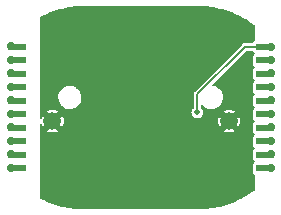
<source format=gbr>
%TF.GenerationSoftware,KiCad,Pcbnew,7.0.2*%
%TF.CreationDate,2023-10-04T16:53:15-06:00*%
%TF.ProjectId,igloo31,69676c6f-6f33-4312-9e6b-696361645f70,rev?*%
%TF.SameCoordinates,Original*%
%TF.FileFunction,Copper,L1,Top*%
%TF.FilePolarity,Positive*%
%FSLAX46Y46*%
G04 Gerber Fmt 4.6, Leading zero omitted, Abs format (unit mm)*
G04 Created by KiCad (PCBNEW 7.0.2) date 2023-10-04 16:53:15*
%MOMM*%
%LPD*%
G01*
G04 APERTURE LIST*
%TA.AperFunction,ComponentPad*%
%ADD10C,1.500000*%
%TD*%
%TA.AperFunction,SMDPad,CuDef*%
%ADD11R,1.500000X0.600000*%
%TD*%
%TA.AperFunction,ViaPad*%
%ADD12C,0.700000*%
%TD*%
%TA.AperFunction,ViaPad*%
%ADD13C,0.500000*%
%TD*%
%TA.AperFunction,Conductor*%
%ADD14C,0.127000*%
%TD*%
G04 APERTURE END LIST*
D10*
%TO.P,J1,S2,SHIELD*%
%TO.N,GND*%
X7475000Y-1150000D03*
%TO.P,J1,S1,SHIELD*%
X-7475000Y-1150000D03*
%TD*%
D11*
%TO.P,U2,1*%
%TO.N,Net-(J1-Pad38)*%
X10500000Y-5143500D03*
%TO.P,U2,2*%
%TO.N,Net-(J1-Pad34)*%
X10500000Y-4000500D03*
%TO.P,U2,3*%
%TO.N,Net-(J1-Pad30)*%
X10500000Y-2857500D03*
%TO.P,U2,4*%
%TO.N,Net-(J1-Pad26)*%
X10500000Y-1714500D03*
%TO.P,U2,5*%
%TO.N,Net-(J1-Pad22)*%
X10500000Y-571500D03*
%TO.P,U2,6*%
%TO.N,Net-(J1-Pad18)*%
X10500000Y571500D03*
%TO.P,U2,7*%
%TO.N,Net-(J1-Pad14)*%
X10500000Y1714500D03*
%TO.P,U2,8*%
%TO.N,Net-(J1-Pad10)*%
X10500000Y2857500D03*
%TO.P,U2,9*%
%TO.N,Net-(J1-Pad6)*%
X10500000Y4000500D03*
%TO.P,U2,10*%
%TO.N,Net-(J1-Pad2)*%
X10500000Y5143500D03*
%TD*%
%TO.P,U1,10*%
%TO.N,Net-(J1-Pad37)*%
X-10500000Y-5143500D03*
%TO.P,U1,9*%
%TO.N,Net-(J1-Pad33)*%
X-10500000Y-4000500D03*
%TO.P,U1,8*%
%TO.N,Net-(J1-Pad29)*%
X-10500000Y-2857500D03*
%TO.P,U1,7*%
%TO.N,Net-(J1-Pad25)*%
X-10500000Y-1714500D03*
%TO.P,U1,6*%
%TO.N,Net-(J1-Pad21)*%
X-10500000Y-571500D03*
%TO.P,U1,5*%
%TO.N,Net-(J1-Pad17)*%
X-10500000Y571500D03*
%TO.P,U1,4*%
%TO.N,Net-(J1-Pad13)*%
X-10500000Y1714500D03*
%TO.P,U1,3*%
%TO.N,Net-(J1-Pad9)*%
X-10500000Y2857500D03*
%TO.P,U1,2*%
%TO.N,Net-(J1-Pad5)*%
X-10500000Y4000500D03*
%TO.P,U1,1*%
%TO.N,Net-(J1-Pad1)*%
X-10500000Y5143500D03*
%TD*%
D12*
%TO.N,Net-(J1-Pad2)*%
X11000000Y5100000D03*
%TO.N,Net-(J1-Pad34)*%
X11000000Y-3957000D03*
%TO.N,Net-(J1-Pad38)*%
X11000000Y-5100000D03*
%TO.N,Net-(J1-Pad30)*%
X11000000Y-2814000D03*
%TO.N,Net-(J1-Pad26)*%
X11000000Y-1671000D03*
%TO.N,Net-(J1-Pad22)*%
X11000000Y-528000D03*
%TO.N,Net-(J1-Pad18)*%
X11000000Y615000D03*
%TO.N,Net-(J1-Pad10)*%
X11000000Y2901000D03*
%TO.N,Net-(J1-Pad6)*%
X11000000Y4044000D03*
%TO.N,Net-(J1-Pad14)*%
X11000000Y1758000D03*
%TO.N,Net-(J1-Pad1)*%
X-11000000Y5187000D03*
%TO.N,Net-(J1-Pad5)*%
X-11000000Y4044000D03*
%TO.N,Net-(J1-Pad9)*%
X-11000000Y2901000D03*
%TO.N,Net-(J1-Pad13)*%
X-11000000Y1758000D03*
%TO.N,Net-(J1-Pad17)*%
X-11000000Y615000D03*
%TO.N,Net-(J1-Pad21)*%
X-11000000Y-528000D03*
%TO.N,Net-(J1-Pad25)*%
X-11000000Y-1671000D03*
%TO.N,Net-(J1-Pad29)*%
X-11000000Y-2814000D03*
%TO.N,Net-(J1-Pad33)*%
X-11000000Y-3957000D03*
%TO.N,Net-(J1-Pad37)*%
X-11000000Y-5100000D03*
D13*
%TO.N,GND*%
X-3750000Y0D03*
X-5537254Y2137254D03*
%TO.N,Net-(J1-Pad2)*%
X4800000Y-400000D03*
%TD*%
D14*
%TO.N,GND*%
X-3750000Y350000D02*
X-3750000Y0D01*
X-5537254Y2137254D02*
X-3750000Y350000D01*
%TO.N,Net-(J1-Pad2)*%
X8808639Y5127300D02*
X9140200Y5127300D01*
X4800000Y1118661D02*
X8808639Y5127300D01*
X4800000Y-400000D02*
X4800000Y1118661D01*
X10490200Y5130800D02*
X9143700Y5130800D01*
%TD*%
%TA.AperFunction,Conductor*%
%TO.N,GND*%
G36*
X4851196Y8599461D02*
G01*
X5064158Y8592515D01*
X5373956Y8581687D01*
X5378598Y8581378D01*
X5631566Y8556555D01*
X5905315Y8527760D01*
X5909583Y8527185D01*
X6167409Y8484778D01*
X6431842Y8438115D01*
X6435724Y8437322D01*
X6693129Y8377533D01*
X6951141Y8313151D01*
X6954626Y8312190D01*
X7208368Y8235518D01*
X7209848Y8235054D01*
X7460817Y8153443D01*
X7463908Y8152361D01*
X7712844Y8059044D01*
X7714610Y8058356D01*
X7958594Y7959697D01*
X7961288Y7958546D01*
X8204005Y7849029D01*
X8206032Y7848077D01*
X8442240Y7732770D01*
X8444544Y7731595D01*
X8679699Y7606447D01*
X8681959Y7605193D01*
X8909516Y7473692D01*
X8911438Y7472542D01*
X9137884Y7332370D01*
X9140344Y7330779D01*
X9358403Y7183552D01*
X9359961Y7182471D01*
X9576469Y7028072D01*
X9579091Y7026113D01*
X9632388Y6984430D01*
X9659191Y6941489D01*
X9660800Y6926140D01*
X9660800Y5724726D01*
X9643487Y5677160D01*
X9627914Y5663198D01*
X9569399Y5624101D01*
X9514034Y5541240D01*
X9514034Y5541239D01*
X9506699Y5504363D01*
X9480439Y5461088D01*
X9434121Y5444800D01*
X9116229Y5444800D01*
X9102753Y5442423D01*
X9089905Y5441300D01*
X8825579Y5441300D01*
X8819130Y5441581D01*
X8803528Y5442946D01*
X8780851Y5444931D01*
X8780850Y5444930D01*
X8780850Y5444931D01*
X8743727Y5434983D01*
X8737425Y5433586D01*
X8699588Y5426915D01*
X8696443Y5425099D01*
X8695878Y5424773D01*
X8678032Y5417380D01*
X8673890Y5416271D01*
X8644494Y5395687D01*
X8642408Y5394227D01*
X8636963Y5390759D01*
X8603691Y5371550D01*
X8603690Y5371549D01*
X8578981Y5342102D01*
X8574630Y5337354D01*
X4589944Y1352668D01*
X4585197Y1348318D01*
X4555751Y1323610D01*
X4555750Y1323608D01*
X4536536Y1290328D01*
X4533068Y1284884D01*
X4511029Y1253409D01*
X4509920Y1249269D01*
X4502527Y1231422D01*
X4500383Y1227710D01*
X4493709Y1189860D01*
X4492312Y1183559D01*
X4482368Y1146450D01*
X4485718Y1108170D01*
X4486000Y1101720D01*
X4486000Y29510D01*
X4468687Y-18056D01*
X4467986Y-18879D01*
X4388633Y-110459D01*
X4374622Y-126628D01*
X4314834Y-257543D01*
X4294353Y-400000D01*
X4314834Y-542456D01*
X4374623Y-673374D01*
X4468871Y-782143D01*
X4589945Y-859952D01*
X4589947Y-859953D01*
X4728039Y-900500D01*
X4728041Y-900500D01*
X4871959Y-900500D01*
X4871961Y-900500D01*
X5010053Y-859953D01*
X5131128Y-782143D01*
X5225377Y-673373D01*
X5285165Y-542457D01*
X5305647Y-400000D01*
X5285165Y-257543D01*
X5225377Y-126627D01*
X5132073Y-18947D01*
X5114009Y28336D01*
X5114000Y29510D01*
X5114000Y180928D01*
X5131313Y228494D01*
X5175150Y253804D01*
X5225000Y245014D01*
X5241635Y231911D01*
X5361306Y106015D01*
X5425222Y61529D01*
X5524146Y-7324D01*
X5706465Y-85563D01*
X5803632Y-105531D01*
X5900800Y-125500D01*
X5900801Y-125500D01*
X6047594Y-125500D01*
X6049473Y-125500D01*
X6177104Y-112520D01*
X6197380Y-110459D01*
X6386675Y-51068D01*
X6386675Y-51067D01*
X6386678Y-51067D01*
X6490614Y6622D01*
X6560145Y45215D01*
X6710683Y174448D01*
X6832120Y331331D01*
X6832120Y331332D01*
X6832122Y331334D01*
X6919495Y509456D01*
X6969224Y701520D01*
X6979272Y899663D01*
X6949230Y1095773D01*
X6880325Y1281820D01*
X6775380Y1450189D01*
X6638691Y1593986D01*
X6475854Y1707324D01*
X6293535Y1785563D01*
X6110766Y1823123D01*
X6067658Y1849656D01*
X6051691Y1897691D01*
X6070336Y1944751D01*
X6073336Y1947934D01*
X8917028Y4791626D01*
X8962904Y4813018D01*
X8969354Y4813300D01*
X9167670Y4813300D01*
X9167671Y4813300D01*
X9181146Y4815676D01*
X9193995Y4816800D01*
X9439173Y4816800D01*
X9486739Y4799487D01*
X9511751Y4757238D01*
X9514034Y4745760D01*
X9569400Y4662897D01*
X9613356Y4633527D01*
X9643287Y4592706D01*
X9639976Y4542195D01*
X9613354Y4510470D01*
X9569399Y4481101D01*
X9514034Y4398240D01*
X9514034Y4398239D01*
X9499500Y4325173D01*
X9499500Y3675826D01*
X9514034Y3602760D01*
X9569400Y3519897D01*
X9613356Y3490527D01*
X9643287Y3449706D01*
X9639976Y3399195D01*
X9613354Y3367470D01*
X9569399Y3338101D01*
X9514034Y3255240D01*
X9514034Y3255239D01*
X9499500Y3182173D01*
X9499500Y2532826D01*
X9514034Y2459760D01*
X9569400Y2376897D01*
X9613356Y2347527D01*
X9643287Y2306706D01*
X9639976Y2256195D01*
X9613354Y2224470D01*
X9569399Y2195101D01*
X9514034Y2112240D01*
X9514034Y2112239D01*
X9499500Y2039173D01*
X9499500Y1389826D01*
X9514034Y1316760D01*
X9569400Y1233897D01*
X9613356Y1204527D01*
X9643287Y1163706D01*
X9639976Y1113195D01*
X9613354Y1081470D01*
X9569399Y1052101D01*
X9514034Y969240D01*
X9514034Y969239D01*
X9499500Y896173D01*
X9499500Y246826D01*
X9514034Y173760D01*
X9569399Y90898D01*
X9613355Y61529D01*
X9643287Y20708D01*
X9639976Y-29803D01*
X9613355Y-61529D01*
X9569399Y-90898D01*
X9545526Y-126628D01*
X9514034Y-173760D01*
X9499500Y-246826D01*
X9499500Y-896174D01*
X9514034Y-969240D01*
X9569399Y-1052101D01*
X9608326Y-1078111D01*
X9613354Y-1081470D01*
X9643286Y-1122291D01*
X9639977Y-1172801D01*
X9613356Y-1204527D01*
X9569400Y-1233897D01*
X9569398Y-1233899D01*
X9569399Y-1233899D01*
X9514034Y-1316760D01*
X9499500Y-1389826D01*
X9499500Y-2039174D01*
X9514034Y-2112240D01*
X9569399Y-2195100D01*
X9569399Y-2195101D01*
X9613354Y-2224470D01*
X9643286Y-2265291D01*
X9639977Y-2315801D01*
X9613356Y-2347527D01*
X9569400Y-2376897D01*
X9569398Y-2376899D01*
X9569399Y-2376899D01*
X9514034Y-2459760D01*
X9499500Y-2532826D01*
X9499500Y-3182174D01*
X9514034Y-3255240D01*
X9569399Y-3338100D01*
X9569399Y-3338101D01*
X9613354Y-3367470D01*
X9643286Y-3408291D01*
X9639977Y-3458801D01*
X9613356Y-3490527D01*
X9569400Y-3519897D01*
X9569398Y-3519899D01*
X9569399Y-3519899D01*
X9514034Y-3602760D01*
X9499500Y-3675826D01*
X9499500Y-4325174D01*
X9514034Y-4398240D01*
X9569399Y-4481100D01*
X9569399Y-4481101D01*
X9613354Y-4510470D01*
X9643286Y-4551291D01*
X9639977Y-4601801D01*
X9613356Y-4633527D01*
X9569400Y-4662897D01*
X9569398Y-4662899D01*
X9569399Y-4662899D01*
X9514034Y-4745760D01*
X9499500Y-4818826D01*
X9499500Y-5468174D01*
X9514034Y-5541240D01*
X9569399Y-5624101D01*
X9627912Y-5663197D01*
X9657843Y-5704018D01*
X9660800Y-5724726D01*
X9660800Y-6926140D01*
X9643487Y-6973706D01*
X9632388Y-6984430D01*
X9579133Y-7026080D01*
X9576511Y-7028039D01*
X9359882Y-7182526D01*
X9358324Y-7183607D01*
X9140392Y-7330748D01*
X9137932Y-7332339D01*
X8911361Y-7472587D01*
X8909439Y-7473737D01*
X8682039Y-7605148D01*
X8679778Y-7606402D01*
X8444462Y-7731635D01*
X8442159Y-7732810D01*
X8206125Y-7848032D01*
X8204098Y-7848984D01*
X7961192Y-7958586D01*
X7958498Y-7959737D01*
X7714788Y-8058287D01*
X7713021Y-8058976D01*
X7463825Y-8152389D01*
X7460735Y-8153470D01*
X7209978Y-8235013D01*
X7208498Y-8235477D01*
X6954551Y-8312210D01*
X6951063Y-8313171D01*
X6693312Y-8377488D01*
X6435666Y-8437334D01*
X6431786Y-8438126D01*
X6167671Y-8484733D01*
X5909529Y-8527192D01*
X5905261Y-8527767D01*
X5631998Y-8556510D01*
X5378551Y-8581381D01*
X5373908Y-8581690D01*
X5065181Y-8592479D01*
X4949371Y-8596256D01*
X4851115Y-8599461D01*
X4848741Y-8599500D01*
X-4848783Y-8599500D01*
X-4851196Y-8599461D01*
X-5064324Y-8592509D01*
X-5373942Y-8581688D01*
X-5378584Y-8581379D01*
X-5631708Y-8556541D01*
X-5905298Y-8527763D01*
X-5909566Y-8527188D01*
X-6167498Y-8484764D01*
X-6431821Y-8438120D01*
X-6435703Y-8437327D01*
X-6693196Y-8377517D01*
X-6951121Y-8313157D01*
X-6954606Y-8312196D01*
X-7208411Y-8235505D01*
X-7209891Y-8235041D01*
X-7460776Y-8153457D01*
X-7463867Y-8152376D01*
X-7712945Y-8059007D01*
X-7714711Y-8058318D01*
X-7958550Y-7959716D01*
X-7961244Y-7958565D01*
X-8204058Y-7849005D01*
X-8206086Y-7848052D01*
X-8442194Y-7732793D01*
X-8444495Y-7731620D01*
X-8499964Y-7702101D01*
X-8533822Y-7664471D01*
X-8539200Y-7636775D01*
X-8539200Y-1413322D01*
X-8521887Y-1365756D01*
X-8478050Y-1340446D01*
X-8428200Y-1349236D01*
X-8395663Y-1388013D01*
X-8394386Y-1391841D01*
X-8356932Y-1515309D01*
X-8302100Y-1617890D01*
X-7959360Y-1275150D01*
X-7934493Y-1359844D01*
X-7856761Y-1480798D01*
X-7748100Y-1574952D01*
X-7617315Y-1634680D01*
X-7602587Y-1636797D01*
X-7942890Y-1977100D01*
X-7840309Y-2031932D01*
X-7661233Y-2086254D01*
X-7475000Y-2104596D01*
X-7288766Y-2086254D01*
X-7109688Y-2031931D01*
X-7007107Y-1977101D01*
X-7347412Y-1636797D01*
X-7332685Y-1634680D01*
X-7201900Y-1574952D01*
X-7093239Y-1480798D01*
X-7015507Y-1359844D01*
X-6990638Y-1275149D01*
X-6647898Y-1617890D01*
X-6647897Y-1617890D01*
X-6593068Y-1515310D01*
X-6538745Y-1336233D01*
X-6520403Y-1150000D01*
X6520403Y-1150000D01*
X6538745Y-1336233D01*
X6593068Y-1515310D01*
X6647897Y-1617890D01*
X6647898Y-1617890D01*
X6990638Y-1275149D01*
X7015507Y-1359844D01*
X7093239Y-1480798D01*
X7201900Y-1574952D01*
X7332685Y-1634680D01*
X7347412Y-1636797D01*
X7007107Y-1977101D01*
X7109688Y-2031931D01*
X7288766Y-2086254D01*
X7475000Y-2104596D01*
X7661233Y-2086254D01*
X7840309Y-2031932D01*
X7942890Y-1977100D01*
X7602587Y-1636797D01*
X7617315Y-1634680D01*
X7748100Y-1574952D01*
X7856761Y-1480798D01*
X7934493Y-1359844D01*
X7959360Y-1275150D01*
X8302100Y-1617890D01*
X8356932Y-1515309D01*
X8411254Y-1336233D01*
X8429596Y-1150000D01*
X8411254Y-963766D01*
X8356931Y-784688D01*
X8302101Y-682107D01*
X7959360Y-1024848D01*
X7934493Y-940156D01*
X7856761Y-819202D01*
X7748100Y-725048D01*
X7617315Y-665320D01*
X7602585Y-663202D01*
X7942890Y-322898D01*
X7942890Y-322897D01*
X7840310Y-268068D01*
X7661233Y-213745D01*
X7475000Y-195403D01*
X7288766Y-213745D01*
X7109693Y-268067D01*
X7007108Y-322898D01*
X7347412Y-663202D01*
X7332685Y-665320D01*
X7201900Y-725048D01*
X7093239Y-819202D01*
X7015507Y-940156D01*
X6990639Y-1024849D01*
X6647898Y-682108D01*
X6593067Y-784693D01*
X6538745Y-963766D01*
X6520403Y-1150000D01*
X-6520403Y-1150000D01*
X-6538745Y-963766D01*
X-6593067Y-784693D01*
X-6647898Y-682108D01*
X-6990639Y-1024849D01*
X-7015507Y-940156D01*
X-7093239Y-819202D01*
X-7201900Y-725048D01*
X-7332685Y-665320D01*
X-7347412Y-663202D01*
X-7007108Y-322898D01*
X-7007107Y-322898D01*
X-7109693Y-268067D01*
X-7288766Y-213745D01*
X-7475000Y-195403D01*
X-7661233Y-213745D01*
X-7840310Y-268068D01*
X-7942890Y-322897D01*
X-7942890Y-322898D01*
X-7602585Y-663202D01*
X-7617315Y-665320D01*
X-7748100Y-725048D01*
X-7856761Y-819202D01*
X-7934493Y-940156D01*
X-7959360Y-1024848D01*
X-8302101Y-682107D01*
X-8356931Y-784688D01*
X-8394386Y-908158D01*
X-8424761Y-948651D01*
X-8474058Y-960145D01*
X-8519210Y-937263D01*
X-8539090Y-890711D01*
X-8539200Y-886677D01*
X-8539200Y800337D01*
X-6979272Y800337D01*
X-6949230Y604227D01*
X-6880325Y418180D01*
X-6775380Y249811D01*
X-6775379Y249810D01*
X-6638693Y106015D01*
X-6616975Y90899D01*
X-6475854Y-7324D01*
X-6293535Y-85563D01*
X-6172389Y-110459D01*
X-6099200Y-125500D01*
X-6099199Y-125500D01*
X-5952406Y-125500D01*
X-5950527Y-125500D01*
X-5843169Y-114582D01*
X-5802619Y-110459D01*
X-5613324Y-51068D01*
X-5439854Y45215D01*
X-5289316Y174448D01*
X-5167879Y331331D01*
X-5080504Y509456D01*
X-5030775Y701521D01*
X-5020728Y899661D01*
X-5031386Y969239D01*
X-5050770Y1095773D01*
X-5119675Y1281820D01*
X-5224620Y1450189D01*
X-5361306Y1593984D01*
X-5448660Y1654784D01*
X-5524146Y1707324D01*
X-5706465Y1785563D01*
X-5803632Y1805531D01*
X-5900800Y1825500D01*
X-5900801Y1825500D01*
X-6049473Y1825500D01*
X-6177104Y1812520D01*
X-6197380Y1810459D01*
X-6276730Y1785563D01*
X-6386678Y1751067D01*
X-6560146Y1654784D01*
X-6710682Y1525553D01*
X-6832122Y1368666D01*
X-6919495Y1190544D01*
X-6969224Y998480D01*
X-6979272Y800337D01*
X-8539200Y800337D01*
X-8539200Y7636774D01*
X-8521887Y7684340D01*
X-8499964Y7702100D01*
X-8444472Y7731631D01*
X-8442171Y7732805D01*
X-8206116Y7848038D01*
X-8204088Y7848990D01*
X-7961215Y7958577D01*
X-7958521Y7959728D01*
X-7714720Y8058313D01*
X-7712954Y8059001D01*
X-7463863Y8152377D01*
X-7460772Y8153459D01*
X-7209963Y8235018D01*
X-7208483Y8235482D01*
X-6954573Y8312205D01*
X-6951085Y8313166D01*
X-6693275Y8377497D01*
X-6435684Y8437331D01*
X-6431804Y8438123D01*
X-6167581Y8484749D01*
X-5909547Y8527190D01*
X-5905279Y8527765D01*
X-5631932Y8556518D01*
X-5378551Y8581382D01*
X-5373909Y8581691D01*
X-5064920Y8592489D01*
X-5005058Y8594441D01*
X-4851144Y8599461D01*
X-4848774Y8599500D01*
X4848784Y8599500D01*
X4851196Y8599461D01*
G37*
%TD.AperFunction*%
%TD*%
M02*

</source>
